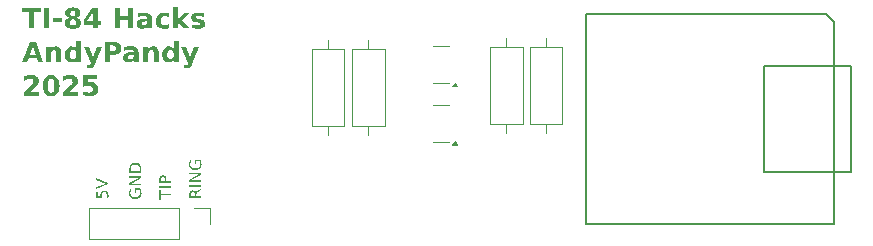
<source format=gbr>
%TF.GenerationSoftware,KiCad,Pcbnew,9.0.6*%
%TF.CreationDate,2025-12-06T11:07:59-05:00*%
%TF.ProjectId,cheating-calc,63686561-7469-46e6-972d-63616c632e6b,rev?*%
%TF.SameCoordinates,Original*%
%TF.FileFunction,Legend,Top*%
%TF.FilePolarity,Positive*%
%FSLAX46Y46*%
G04 Gerber Fmt 4.6, Leading zero omitted, Abs format (unit mm)*
G04 Created by KiCad (PCBNEW 9.0.6) date 2025-12-06 11:07:59*
%MOMM*%
%LPD*%
G01*
G04 APERTURE LIST*
%ADD10C,0.150000*%
%ADD11C,0.200000*%
%ADD12C,0.120000*%
%ADD13C,0.127000*%
G04 APERTURE END LIST*
D10*
G36*
X101684000Y-68812468D02*
G01*
X101423087Y-68942955D01*
X101356253Y-68980353D01*
X101313113Y-69012800D01*
X101287532Y-69041019D01*
X101269822Y-69074286D01*
X101258330Y-69116641D01*
X101254132Y-69170406D01*
X101254132Y-69320677D01*
X101684000Y-69320677D01*
X101684000Y-69458674D01*
X100664041Y-69458674D01*
X100664041Y-69147203D01*
X100777370Y-69147203D01*
X100777370Y-69320677D01*
X101140803Y-69320677D01*
X101140803Y-69147203D01*
X101134908Y-69082217D01*
X101118979Y-69033241D01*
X101094519Y-68996566D01*
X101060446Y-68969193D01*
X101016130Y-68951922D01*
X100958415Y-68945642D01*
X100900716Y-68951938D01*
X100856650Y-68969219D01*
X100822982Y-68996566D01*
X100798904Y-69033186D01*
X100783191Y-69082159D01*
X100777370Y-69147203D01*
X100664041Y-69147203D01*
X100669529Y-69058139D01*
X100684544Y-68987050D01*
X100707431Y-68930667D01*
X100737314Y-68886291D01*
X100776737Y-68849957D01*
X100825311Y-68823286D01*
X100884994Y-68806302D01*
X100958476Y-68800195D01*
X101021464Y-68805575D01*
X101074228Y-68820749D01*
X101118699Y-68844953D01*
X101156208Y-68878600D01*
X101185601Y-68921404D01*
X101207054Y-68975073D01*
X101229274Y-68933076D01*
X101271168Y-68888672D01*
X101325915Y-68848769D01*
X101406051Y-68804286D01*
X101684000Y-68664213D01*
X101684000Y-68812468D01*
G37*
G36*
X100664041Y-68486587D02*
G01*
X100664041Y-68348590D01*
X101684000Y-68348590D01*
X101684000Y-68486587D01*
X100664041Y-68486587D01*
G37*
G36*
X100664041Y-68074306D02*
G01*
X100664041Y-67888498D01*
X101517304Y-67436282D01*
X100664041Y-67436282D01*
X100664041Y-67302376D01*
X101684000Y-67302376D01*
X101684000Y-67488184D01*
X100830737Y-67940460D01*
X101684000Y-67940460D01*
X101684000Y-68074306D01*
X100664041Y-68074306D01*
G37*
G36*
X101538553Y-66332549D02*
G01*
X101265856Y-66332549D01*
X101265856Y-66557985D01*
X101152527Y-66557985D01*
X101152527Y-66195956D01*
X101588867Y-66195956D01*
X101623464Y-66250876D01*
X101651993Y-66309511D01*
X101674535Y-66372238D01*
X101696140Y-66470739D01*
X101703539Y-66577830D01*
X101697301Y-66674170D01*
X101679536Y-66758047D01*
X101651223Y-66831321D01*
X101612713Y-66895533D01*
X101563710Y-66951826D01*
X101505951Y-66998664D01*
X101439587Y-67035784D01*
X101363347Y-67063268D01*
X101275594Y-67080603D01*
X101174387Y-67086710D01*
X101072844Y-67080596D01*
X100984865Y-67063247D01*
X100908494Y-67035753D01*
X100842077Y-66998637D01*
X100784331Y-66951826D01*
X100735330Y-66895534D01*
X100696820Y-66831318D01*
X100668507Y-66758032D01*
X100650741Y-66674137D01*
X100644502Y-66577769D01*
X100650802Y-66479750D01*
X100669293Y-66388236D01*
X100700043Y-66301550D01*
X100742199Y-66222578D01*
X100890699Y-66222578D01*
X100849703Y-66275489D01*
X100816725Y-66329606D01*
X100791231Y-66385183D01*
X100772725Y-66443331D01*
X100761585Y-66503502D01*
X100757831Y-66566167D01*
X100762666Y-66642334D01*
X100776264Y-66706871D01*
X100797639Y-66761601D01*
X100826342Y-66808032D01*
X100862489Y-66847290D01*
X100916853Y-66885969D01*
X100984860Y-66915254D01*
X101069482Y-66934289D01*
X101174387Y-66941202D01*
X101278882Y-66934298D01*
X101363270Y-66915278D01*
X101431181Y-66885995D01*
X101485552Y-66847290D01*
X101521703Y-66808008D01*
X101550407Y-66761561D01*
X101571781Y-66706829D01*
X101585377Y-66642303D01*
X101590210Y-66566167D01*
X101586882Y-66495144D01*
X101577632Y-66435741D01*
X101561321Y-66380581D01*
X101538553Y-66332549D01*
G37*
G36*
X96458553Y-68763254D02*
G01*
X96185856Y-68763254D01*
X96185856Y-68988690D01*
X96072527Y-68988690D01*
X96072527Y-68626661D01*
X96508867Y-68626661D01*
X96543464Y-68681581D01*
X96571993Y-68740216D01*
X96594535Y-68802943D01*
X96616140Y-68901444D01*
X96623539Y-69008534D01*
X96617301Y-69104875D01*
X96599536Y-69188752D01*
X96571223Y-69262026D01*
X96532713Y-69326238D01*
X96483710Y-69382531D01*
X96425951Y-69429369D01*
X96359587Y-69466489D01*
X96283347Y-69493973D01*
X96195594Y-69511308D01*
X96094387Y-69517414D01*
X95992844Y-69511301D01*
X95904865Y-69493952D01*
X95828494Y-69466458D01*
X95762077Y-69429342D01*
X95704331Y-69382531D01*
X95655330Y-69326239D01*
X95616820Y-69262023D01*
X95588507Y-69188737D01*
X95570741Y-69104842D01*
X95564502Y-69008473D01*
X95570802Y-68910455D01*
X95589293Y-68818941D01*
X95620043Y-68732255D01*
X95662199Y-68653283D01*
X95810699Y-68653283D01*
X95769703Y-68706194D01*
X95736725Y-68760311D01*
X95711231Y-68815888D01*
X95692725Y-68874036D01*
X95681585Y-68934207D01*
X95677831Y-68996872D01*
X95682666Y-69073038D01*
X95696264Y-69137576D01*
X95717639Y-69192306D01*
X95746342Y-69238737D01*
X95782489Y-69277995D01*
X95836853Y-69316673D01*
X95904860Y-69345958D01*
X95989482Y-69364994D01*
X96094387Y-69371907D01*
X96198882Y-69365003D01*
X96283270Y-69345983D01*
X96351181Y-69316700D01*
X96405552Y-69277995D01*
X96441703Y-69238713D01*
X96470407Y-69192266D01*
X96491781Y-69137534D01*
X96505377Y-69073008D01*
X96510210Y-68996872D01*
X96506882Y-68925849D01*
X96497632Y-68866446D01*
X96481321Y-68811285D01*
X96458553Y-68763254D01*
G37*
G36*
X95584041Y-68374236D02*
G01*
X95584041Y-68188428D01*
X96437304Y-67736212D01*
X95584041Y-67736212D01*
X95584041Y-67602306D01*
X96604000Y-67602306D01*
X96604000Y-67788114D01*
X95750737Y-68240391D01*
X96604000Y-68240391D01*
X96604000Y-68374236D01*
X95584041Y-68374236D01*
G37*
G36*
X96201155Y-66477209D02*
G01*
X96291340Y-66495629D01*
X96366423Y-66524302D01*
X96428817Y-66562411D01*
X96480352Y-66609948D01*
X96521428Y-66666100D01*
X96555192Y-66735063D01*
X96581081Y-66819164D01*
X96597923Y-66921208D01*
X96604000Y-67044394D01*
X96604000Y-67327899D01*
X95584041Y-67327899D01*
X95584041Y-67044394D01*
X95585078Y-67023267D01*
X95697370Y-67023267D01*
X95697370Y-67189902D01*
X96490671Y-67189902D01*
X96490671Y-67023267D01*
X96486008Y-66935552D01*
X96473075Y-66862975D01*
X96453147Y-66803179D01*
X96427038Y-66754128D01*
X96395050Y-66714178D01*
X96355773Y-66681192D01*
X96307690Y-66654407D01*
X96249236Y-66634043D01*
X96178436Y-66620861D01*
X96092982Y-66616115D01*
X96008170Y-66620852D01*
X95937841Y-66634016D01*
X95879715Y-66654367D01*
X95831844Y-66681156D01*
X95792686Y-66714178D01*
X95760812Y-66754110D01*
X95734787Y-66803150D01*
X95714918Y-66862944D01*
X95702021Y-66935531D01*
X95697370Y-67023267D01*
X95585078Y-67023267D01*
X95590124Y-66920513D01*
X95606963Y-66818123D01*
X95632815Y-66733951D01*
X95666482Y-66665129D01*
X95707384Y-66609276D01*
X95758759Y-66561957D01*
X95820916Y-66524028D01*
X95895667Y-66495498D01*
X95985403Y-66477173D01*
X96092982Y-66470607D01*
X96201155Y-66477209D01*
G37*
G36*
X98124041Y-69600091D02*
G01*
X98124041Y-68737303D01*
X98241278Y-68737303D01*
X98241278Y-69099393D01*
X99144000Y-69099393D01*
X99144000Y-69238062D01*
X98241278Y-69238062D01*
X98241278Y-69600091D01*
X98124041Y-69600091D01*
G37*
G36*
X98124041Y-68603824D02*
G01*
X98124041Y-68465827D01*
X99144000Y-68465827D01*
X99144000Y-68603824D01*
X98124041Y-68603824D01*
G37*
G36*
X98503412Y-67539253D02*
G01*
X98564782Y-67556525D01*
X98615195Y-67583734D01*
X98656552Y-67620869D01*
X98688334Y-67666359D01*
X98712388Y-67723028D01*
X98728007Y-67793281D01*
X98733672Y-67880071D01*
X98733672Y-68053545D01*
X99144000Y-68053545D01*
X99144000Y-68191542D01*
X98124041Y-68191542D01*
X98124041Y-67880071D01*
X98237370Y-67880071D01*
X98237370Y-68053545D01*
X98620343Y-68053545D01*
X98620343Y-67880071D01*
X98614178Y-67817705D01*
X98597209Y-67769089D01*
X98570517Y-67731144D01*
X98534110Y-67702747D01*
X98487756Y-67684938D01*
X98428490Y-67678510D01*
X98369720Y-67684920D01*
X98323587Y-67702713D01*
X98287196Y-67731144D01*
X98260504Y-67769089D01*
X98243535Y-67817705D01*
X98237370Y-67880071D01*
X98124041Y-67880071D01*
X98129729Y-67793308D01*
X98145415Y-67723063D01*
X98169581Y-67666383D01*
X98201527Y-67620869D01*
X98243035Y-67583662D01*
X98293363Y-67556456D01*
X98354345Y-67539226D01*
X98428490Y-67533063D01*
X98503412Y-67539253D01*
G37*
G36*
X92790041Y-69445057D02*
G01*
X92790041Y-68903327D01*
X92907278Y-68903327D01*
X92907278Y-69318662D01*
X93154635Y-69318662D01*
X93139125Y-69258578D01*
X93133935Y-69198433D01*
X93140422Y-69113519D01*
X93158750Y-69041541D01*
X93187885Y-68980256D01*
X93227725Y-68927934D01*
X93277672Y-68885032D01*
X93335523Y-68854138D01*
X93402830Y-68834921D01*
X93481737Y-68828161D01*
X93563089Y-68835185D01*
X93631416Y-68855029D01*
X93689176Y-68886744D01*
X93738131Y-68930621D01*
X93776356Y-68983963D01*
X93804820Y-69048334D01*
X93823019Y-69125944D01*
X93829539Y-69219560D01*
X93826884Y-69284001D01*
X93818792Y-69350413D01*
X93805553Y-69417298D01*
X93786552Y-69488044D01*
X93649776Y-69488044D01*
X93677401Y-69425340D01*
X93696854Y-69360977D01*
X93708363Y-69294210D01*
X93712302Y-69222308D01*
X93707984Y-69163383D01*
X93695805Y-69113520D01*
X93676513Y-69071181D01*
X93650265Y-69035157D01*
X93617011Y-69005372D01*
X93578590Y-68984032D01*
X93533981Y-68970803D01*
X93481737Y-68966158D01*
X93429493Y-68970804D01*
X93384895Y-68984034D01*
X93346495Y-69005374D01*
X93313271Y-69035157D01*
X93286997Y-69071185D01*
X93267686Y-69113533D01*
X93255495Y-69163414D01*
X93251172Y-69222369D01*
X93254256Y-69277487D01*
X93263567Y-69332706D01*
X93279066Y-69387478D01*
X93301974Y-69445057D01*
X92790041Y-69445057D01*
G37*
G36*
X93810000Y-68305665D02*
G01*
X92790041Y-68695049D01*
X92790041Y-68550884D01*
X93648799Y-68227812D01*
X92790041Y-67904007D01*
X92790041Y-67760515D01*
X93810000Y-68149227D01*
X93810000Y-68305665D01*
G37*
D11*
G36*
X86498625Y-53352072D02*
G01*
X88096572Y-53352072D01*
X88096572Y-53690885D01*
X87521710Y-53690885D01*
X87521710Y-55086001D01*
X87074629Y-55086001D01*
X87074629Y-53690885D01*
X86498625Y-53690885D01*
X86498625Y-53352072D01*
G37*
G36*
X88327949Y-53352072D02*
G01*
X88775030Y-53352072D01*
X88775030Y-55086001D01*
X88327949Y-55086001D01*
X88327949Y-53352072D01*
G37*
G36*
X89123809Y-54235645D02*
G01*
X89853130Y-54235645D01*
X89853130Y-54574458D01*
X89123809Y-54574458D01*
X89123809Y-54235645D01*
G37*
G36*
X90970561Y-53327451D02*
G01*
X91100608Y-53351024D01*
X91204854Y-53386892D01*
X91287794Y-53433350D01*
X91359145Y-53496888D01*
X91409534Y-53572189D01*
X91440631Y-53661557D01*
X91451596Y-53768738D01*
X91442092Y-53864330D01*
X91414966Y-53945522D01*
X91370837Y-54015270D01*
X91311341Y-54073250D01*
X91233111Y-54122238D01*
X91132297Y-54161737D01*
X91244940Y-54203226D01*
X91332292Y-54256299D01*
X91398760Y-54320348D01*
X91447813Y-54397936D01*
X91478101Y-54489154D01*
X91488757Y-54597503D01*
X91476988Y-54724078D01*
X91443895Y-54828530D01*
X91391026Y-54915302D01*
X91317482Y-54987387D01*
X91229984Y-55041032D01*
X91119601Y-55082273D01*
X90981361Y-55109341D01*
X90809365Y-55119218D01*
X90636844Y-55109348D01*
X90498026Y-55082288D01*
X90387050Y-55041045D01*
X90298965Y-54987387D01*
X90224872Y-54915228D01*
X90171661Y-54828424D01*
X90138379Y-54723997D01*
X90126548Y-54597503D01*
X90128753Y-54575081D01*
X90549338Y-54575081D01*
X90557695Y-54658088D01*
X90580641Y-54722259D01*
X90616706Y-54771892D01*
X90665721Y-54808588D01*
X90728606Y-54831783D01*
X90809469Y-54840194D01*
X90889532Y-54831780D01*
X90951611Y-54808591D01*
X90999844Y-54771892D01*
X91035251Y-54722350D01*
X91057835Y-54658183D01*
X91066071Y-54575081D01*
X91057805Y-54491131D01*
X91035194Y-54426631D01*
X90999844Y-54377128D01*
X90951602Y-54340369D01*
X90889523Y-54317148D01*
X90809469Y-54308722D01*
X90728658Y-54317198D01*
X90665770Y-54340590D01*
X90616706Y-54377647D01*
X90580626Y-54427599D01*
X90557685Y-54491995D01*
X90549338Y-54575081D01*
X90128753Y-54575081D01*
X90137204Y-54489154D01*
X90167492Y-54397936D01*
X90216545Y-54320348D01*
X90283016Y-54256305D01*
X90370399Y-54203230D01*
X90483112Y-54161737D01*
X90382317Y-54122216D01*
X90304277Y-54073226D01*
X90245091Y-54015270D01*
X90201322Y-53945565D01*
X90174394Y-53864371D01*
X90169340Y-53813166D01*
X90587642Y-53813166D01*
X90594706Y-53880315D01*
X90614214Y-53932645D01*
X90645148Y-53973541D01*
X90686813Y-54003633D01*
X90740420Y-54022749D01*
X90809469Y-54029699D01*
X90876954Y-54022786D01*
X90929644Y-54003708D01*
X90970883Y-53973541D01*
X91001456Y-53932694D01*
X91020768Y-53880366D01*
X91027767Y-53813166D01*
X91020756Y-53746047D01*
X91001436Y-53693983D01*
X90970883Y-53653516D01*
X90929685Y-53623650D01*
X90876996Y-53604736D01*
X90809469Y-53597878D01*
X90740420Y-53604827D01*
X90686813Y-53623943D01*
X90645148Y-53654035D01*
X90614158Y-53694906D01*
X90594676Y-53746861D01*
X90587642Y-53813166D01*
X90169340Y-53813166D01*
X90164955Y-53768738D01*
X90175881Y-53662223D01*
X90206910Y-53573131D01*
X90257266Y-53497798D01*
X90328653Y-53433972D01*
X90411654Y-53387309D01*
X90516263Y-53351245D01*
X90647080Y-53327516D01*
X90809469Y-53318855D01*
X90970561Y-53327451D01*
G37*
G36*
X92935670Y-54448234D02*
G01*
X93183033Y-54448234D01*
X93183033Y-54773760D01*
X92935670Y-54773760D01*
X92935670Y-55086001D01*
X92512880Y-55086001D01*
X92512880Y-54773760D01*
X91744113Y-54773760D01*
X91744113Y-54448234D01*
X92022825Y-54448234D01*
X92512880Y-54448234D01*
X92512880Y-53720988D01*
X92022825Y-54448234D01*
X91744113Y-54448234D01*
X91744113Y-54389481D01*
X92438557Y-53352072D01*
X92935670Y-53352072D01*
X92935670Y-54448234D01*
G37*
G36*
X94338571Y-53352072D02*
G01*
X94785651Y-53352072D01*
X94785651Y-54009769D01*
X95445320Y-54009769D01*
X95445320Y-53352072D01*
X95892401Y-53352072D01*
X95892401Y-55086001D01*
X95445320Y-55086001D01*
X95445320Y-54348582D01*
X94785651Y-54348582D01*
X94785651Y-55086001D01*
X94338571Y-55086001D01*
X94338571Y-53352072D01*
G37*
G36*
X97045931Y-53761498D02*
G01*
X97185700Y-53790684D01*
X97292645Y-53834422D01*
X97373361Y-53890603D01*
X97437583Y-53965169D01*
X97486143Y-54062007D01*
X97517922Y-54186486D01*
X97529585Y-54345572D01*
X97529585Y-55086001D01*
X97110324Y-55086001D01*
X97110324Y-54893342D01*
X97050046Y-54967334D01*
X96987461Y-55023922D01*
X96922232Y-55065344D01*
X96850608Y-55094334D01*
X96766617Y-55112703D01*
X96667915Y-55119218D01*
X96568001Y-55111280D01*
X96481462Y-55088619D01*
X96405979Y-55052158D01*
X96339793Y-55001712D01*
X96284985Y-54938980D01*
X96246061Y-54868383D01*
X96222182Y-54788348D01*
X96213879Y-54696635D01*
X96216118Y-54673694D01*
X96633037Y-54673694D01*
X96639254Y-54723268D01*
X96656864Y-54763275D01*
X96685872Y-54795974D01*
X96723499Y-54819560D01*
X96771510Y-54834688D01*
X96832754Y-54840194D01*
X96907426Y-54830784D01*
X96972421Y-54803322D01*
X97030188Y-54756944D01*
X97074414Y-54697318D01*
X97101075Y-54628725D01*
X97110324Y-54548507D01*
X97110324Y-54501381D01*
X96894309Y-54501381D01*
X96808158Y-54507172D01*
X96744648Y-54522492D01*
X96698640Y-54545082D01*
X96662321Y-54578582D01*
X96640666Y-54620528D01*
X96633037Y-54673694D01*
X96216118Y-54673694D01*
X96224768Y-54585065D01*
X96255191Y-54494848D01*
X96303653Y-54421477D01*
X96371245Y-54362077D01*
X96450334Y-54319880D01*
X96554823Y-54286428D01*
X96690812Y-54263927D01*
X96865348Y-54255575D01*
X97110324Y-54255575D01*
X97110324Y-54222046D01*
X97101186Y-54160029D01*
X97075482Y-54112595D01*
X97032471Y-54076099D01*
X96978231Y-54052515D01*
X96899857Y-54036046D01*
X96789780Y-54029699D01*
X96658994Y-54036549D01*
X96541275Y-54056273D01*
X96429760Y-54089734D01*
X96327648Y-54135994D01*
X96327648Y-53817110D01*
X96461715Y-53788395D01*
X96595875Y-53767596D01*
X96730737Y-53754898D01*
X96865348Y-53750676D01*
X97045931Y-53761498D01*
G37*
G36*
X98968401Y-53823753D02*
G01*
X98968401Y-54162567D01*
X98882046Y-54111748D01*
X98798268Y-54077345D01*
X98711573Y-54056596D01*
X98621180Y-54049629D01*
X98534808Y-54056667D01*
X98462406Y-54076493D01*
X98401417Y-54108004D01*
X98349942Y-54151253D01*
X98297808Y-54224508D01*
X98264885Y-54317219D01*
X98252990Y-54434947D01*
X98264883Y-54552676D01*
X98297804Y-54645426D01*
X98349942Y-54718745D01*
X98401410Y-54761944D01*
X98462396Y-54793424D01*
X98534801Y-54813233D01*
X98621180Y-54820264D01*
X98716909Y-54813054D01*
X98806364Y-54791822D01*
X98890648Y-54756468D01*
X98968401Y-54707326D01*
X98968401Y-55046140D01*
X98869863Y-55078177D01*
X98770345Y-55100948D01*
X98669690Y-55114661D01*
X98568967Y-55119218D01*
X98425752Y-55110977D01*
X98301567Y-55087603D01*
X98193740Y-55050619D01*
X98099988Y-55000829D01*
X98018498Y-54938289D01*
X97948518Y-54862201D01*
X97893819Y-54775608D01*
X97853771Y-54677006D01*
X97828711Y-54564308D01*
X97819923Y-54434947D01*
X97828712Y-54305582D01*
X97853774Y-54192896D01*
X97893823Y-54094317D01*
X97948521Y-54007756D01*
X98018498Y-53931709D01*
X98099994Y-53869129D01*
X98193749Y-53819310D01*
X98301576Y-53782306D01*
X98425758Y-53758921D01*
X98568967Y-53750676D01*
X98670529Y-53755257D01*
X98770345Y-53768945D01*
X98869036Y-53791646D01*
X98968401Y-53823753D01*
G37*
G36*
X99327457Y-53278994D02*
G01*
X99743188Y-53278994D01*
X99743188Y-54261699D01*
X100221721Y-53783893D01*
X100704821Y-53783893D01*
X100069546Y-54381488D01*
X100754751Y-55086001D01*
X100250682Y-55086001D01*
X99743188Y-54543110D01*
X99743188Y-55086001D01*
X99327457Y-55086001D01*
X99327457Y-53278994D01*
G37*
G36*
X101926378Y-53823753D02*
G01*
X101926378Y-54142637D01*
X101792983Y-54092527D01*
X101668530Y-54057934D01*
X101545627Y-54036500D01*
X101434039Y-54029699D01*
X101323856Y-54038393D01*
X101258092Y-54059491D01*
X101225625Y-54083398D01*
X101207016Y-54113222D01*
X101200586Y-54150941D01*
X101211404Y-54195142D01*
X101244079Y-54227859D01*
X101296968Y-54249056D01*
X101400303Y-54267512D01*
X101473484Y-54277893D01*
X101641763Y-54305975D01*
X101762930Y-54338850D01*
X101847140Y-54374445D01*
X101903126Y-54411383D01*
X101949264Y-54461353D01*
X101983471Y-54524418D01*
X102005484Y-54603523D01*
X102013468Y-54702655D01*
X102003144Y-54803501D01*
X101973959Y-54886922D01*
X101926805Y-54956600D01*
X101860151Y-55014791D01*
X101782829Y-55056812D01*
X101684072Y-55089561D01*
X101559175Y-55111258D01*
X101402690Y-55119218D01*
X101272846Y-55114329D01*
X101136124Y-55099287D01*
X100998020Y-55074672D01*
X100853364Y-55039497D01*
X100853364Y-54720613D01*
X100979640Y-54773085D01*
X101108201Y-54810299D01*
X101239822Y-54832712D01*
X101373625Y-54840194D01*
X101487189Y-54830558D01*
X101557150Y-54806770D01*
X101591974Y-54780219D01*
X101611871Y-54747839D01*
X101618705Y-54707638D01*
X101607812Y-54658754D01*
X101576249Y-54625114D01*
X101522736Y-54603639D01*
X101407362Y-54583074D01*
X101334180Y-54573835D01*
X101189972Y-54549240D01*
X101081523Y-54518354D01*
X101001900Y-54483064D01*
X100945126Y-54444600D01*
X100898119Y-54393800D01*
X100863582Y-54331014D01*
X100841566Y-54253664D01*
X100833641Y-54158207D01*
X100843414Y-54056722D01*
X100870787Y-53974041D01*
X100914454Y-53906262D01*
X100975333Y-53850846D01*
X101046950Y-53810745D01*
X101139813Y-53779329D01*
X101258814Y-53758395D01*
X101409645Y-53750676D01*
X101525820Y-53754994D01*
X101651091Y-53768426D01*
X101779931Y-53790420D01*
X101926378Y-53823753D01*
G37*
G36*
X88316012Y-57942001D02*
G01*
X87866648Y-57942001D01*
X87757447Y-57623117D01*
X87058332Y-57623117D01*
X86947990Y-57942001D01*
X86498625Y-57942001D01*
X86734848Y-57304234D01*
X87169817Y-57304234D01*
X87644821Y-57304234D01*
X87407942Y-56614461D01*
X87169817Y-57304234D01*
X86734848Y-57304234D01*
X87140856Y-56208072D01*
X87673885Y-56208072D01*
X88316012Y-57942001D01*
G37*
G36*
X89836210Y-57146349D02*
G01*
X89836210Y-57942001D01*
X89418195Y-57942001D01*
X89418195Y-57812558D01*
X89418195Y-57333091D01*
X89410617Y-57099741D01*
X89399315Y-57040356D01*
X89384562Y-57005280D01*
X89355808Y-56968922D01*
X89318336Y-56941649D01*
X89274280Y-56924764D01*
X89223045Y-56918916D01*
X89141417Y-56930465D01*
X89074508Y-56963680D01*
X89018656Y-57019813D01*
X88979295Y-57090866D01*
X88953708Y-57182223D01*
X88944333Y-57299251D01*
X88944333Y-57942001D01*
X88528601Y-57942001D01*
X88528601Y-56639893D01*
X88944333Y-56639893D01*
X88944333Y-56825908D01*
X89010789Y-56755141D01*
X89077241Y-56700499D01*
X89144050Y-56660031D01*
X89216162Y-56630640D01*
X89293610Y-56612777D01*
X89377504Y-56606676D01*
X89488823Y-56616297D01*
X89580571Y-56643259D01*
X89656541Y-56686014D01*
X89719431Y-56744838D01*
X89767610Y-56816167D01*
X89804049Y-56904371D01*
X89827665Y-57012992D01*
X89836210Y-57146349D01*
G37*
G36*
X91525711Y-57942001D02*
G01*
X91107592Y-57942001D01*
X91107592Y-57755985D01*
X91046127Y-57827259D01*
X90983127Y-57882080D01*
X90918255Y-57922485D01*
X90847621Y-57951209D01*
X90768422Y-57969021D01*
X90679092Y-57975218D01*
X90563364Y-57963057D01*
X90460767Y-57927653D01*
X90368337Y-57868776D01*
X90284225Y-57783804D01*
X90218489Y-57684673D01*
X90170421Y-57571292D01*
X90140333Y-57441111D01*
X90129766Y-57290947D01*
X90560653Y-57290947D01*
X90569778Y-57414835D01*
X90594220Y-57508154D01*
X90630927Y-57577651D01*
X90684241Y-57632122D01*
X90750394Y-57664763D01*
X90833551Y-57676264D01*
X90917470Y-57664729D01*
X90983972Y-57632055D01*
X91037317Y-57577651D01*
X91074024Y-57508154D01*
X91098467Y-57414835D01*
X91107592Y-57290947D01*
X91098465Y-57167058D01*
X91074020Y-57073778D01*
X91037317Y-57004346D01*
X90983964Y-56949880D01*
X90917461Y-56917174D01*
X90833551Y-56905629D01*
X90750403Y-56917140D01*
X90684249Y-56949812D01*
X90630927Y-57004346D01*
X90594225Y-57073778D01*
X90569780Y-57167058D01*
X90560653Y-57290947D01*
X90129766Y-57290947D01*
X90140333Y-57140783D01*
X90170421Y-57010601D01*
X90218489Y-56897221D01*
X90284225Y-56798089D01*
X90368337Y-56713118D01*
X90460767Y-56654241D01*
X90563364Y-56618836D01*
X90679092Y-56606676D01*
X90767625Y-56612913D01*
X90846680Y-56630904D01*
X90917736Y-56660031D01*
X90983027Y-56700701D01*
X91046203Y-56755364D01*
X91107592Y-56825908D01*
X91107592Y-56134994D01*
X91525711Y-56134994D01*
X91525711Y-57942001D01*
G37*
G36*
X91754390Y-56639893D02*
G01*
X92170121Y-56639893D01*
X92519627Y-57523466D01*
X92816919Y-56639893D01*
X93232651Y-56639893D01*
X92685712Y-58063865D01*
X92622037Y-58204518D01*
X92557792Y-58302403D01*
X92493468Y-58367075D01*
X92415984Y-58413590D01*
X92320906Y-58442996D01*
X92203754Y-58453543D01*
X91963345Y-58453543D01*
X91963345Y-58181163D01*
X92093411Y-58181163D01*
X92190671Y-58171410D01*
X92247247Y-58147635D01*
X92287943Y-58104309D01*
X92322193Y-58027534D01*
X92333819Y-57991515D01*
X91754390Y-56639893D01*
G37*
G36*
X94404382Y-56218743D02*
G01*
X94541574Y-56248309D01*
X94653712Y-56294049D01*
X94745064Y-56354642D01*
X94821202Y-56433881D01*
X94875924Y-56527702D01*
X94910068Y-56639038D01*
X94922152Y-56772138D01*
X94910048Y-56905913D01*
X94875872Y-57017668D01*
X94821145Y-57111702D01*
X94745064Y-57190984D01*
X94653719Y-57251531D01*
X94541584Y-57297238D01*
X94404390Y-57326786D01*
X94236947Y-57337451D01*
X93941938Y-57337451D01*
X93941938Y-57942001D01*
X93494858Y-57942001D01*
X93494858Y-57011924D01*
X93941938Y-57011924D01*
X94189301Y-57011924D01*
X94273875Y-57004110D01*
X94339424Y-56982724D01*
X94390161Y-56949434D01*
X94428684Y-56903408D01*
X94452523Y-56845511D01*
X94461058Y-56772138D01*
X94452511Y-56698853D01*
X94428667Y-56641216D01*
X94390161Y-56595569D01*
X94339465Y-56562575D01*
X94273917Y-56541356D01*
X94189301Y-56533599D01*
X93941938Y-56533599D01*
X93941938Y-57011924D01*
X93494858Y-57011924D01*
X93494858Y-56208072D01*
X94236947Y-56208072D01*
X94404382Y-56218743D01*
G37*
G36*
X95889978Y-56617498D02*
G01*
X96029747Y-56646684D01*
X96136693Y-56690422D01*
X96217409Y-56746603D01*
X96281630Y-56821169D01*
X96330191Y-56918007D01*
X96361969Y-57042486D01*
X96373632Y-57201572D01*
X96373632Y-57942001D01*
X95954371Y-57942001D01*
X95954371Y-57749342D01*
X95894093Y-57823334D01*
X95831508Y-57879922D01*
X95766280Y-57921344D01*
X95694655Y-57950334D01*
X95610665Y-57968703D01*
X95511962Y-57975218D01*
X95412049Y-57967280D01*
X95325510Y-57944619D01*
X95250027Y-57908158D01*
X95183840Y-57857712D01*
X95129033Y-57794980D01*
X95090109Y-57724383D01*
X95066230Y-57644348D01*
X95057927Y-57552635D01*
X95060166Y-57529694D01*
X95477084Y-57529694D01*
X95483302Y-57579268D01*
X95500912Y-57619275D01*
X95529920Y-57651974D01*
X95567546Y-57675560D01*
X95615558Y-57690688D01*
X95676801Y-57696194D01*
X95751474Y-57686784D01*
X95816468Y-57659322D01*
X95874235Y-57612944D01*
X95918461Y-57553318D01*
X95945123Y-57484725D01*
X95954371Y-57404507D01*
X95954371Y-57357381D01*
X95738357Y-57357381D01*
X95652205Y-57363172D01*
X95588695Y-57378492D01*
X95542688Y-57401082D01*
X95506369Y-57434582D01*
X95484713Y-57476528D01*
X95477084Y-57529694D01*
X95060166Y-57529694D01*
X95068816Y-57441065D01*
X95099239Y-57350848D01*
X95147700Y-57277477D01*
X95215292Y-57218077D01*
X95294381Y-57175880D01*
X95398870Y-57142428D01*
X95534859Y-57119927D01*
X95709396Y-57111575D01*
X95954371Y-57111575D01*
X95954371Y-57078046D01*
X95945234Y-57016029D01*
X95919529Y-56968595D01*
X95876519Y-56932099D01*
X95822279Y-56908515D01*
X95743905Y-56892046D01*
X95633827Y-56885699D01*
X95503042Y-56892549D01*
X95385322Y-56912273D01*
X95273807Y-56945734D01*
X95171695Y-56991994D01*
X95171695Y-56673110D01*
X95305762Y-56644395D01*
X95439923Y-56623596D01*
X95574784Y-56610898D01*
X95709396Y-56606676D01*
X95889978Y-56617498D01*
G37*
G36*
X98069050Y-57146349D02*
G01*
X98069050Y-57942001D01*
X97651035Y-57942001D01*
X97651035Y-57812558D01*
X97651035Y-57333091D01*
X97643457Y-57099741D01*
X97632155Y-57040356D01*
X97617403Y-57005280D01*
X97588648Y-56968922D01*
X97551176Y-56941649D01*
X97507121Y-56924764D01*
X97455885Y-56918916D01*
X97374258Y-56930465D01*
X97307348Y-56963680D01*
X97251496Y-57019813D01*
X97212135Y-57090866D01*
X97186548Y-57182223D01*
X97177173Y-57299251D01*
X97177173Y-57942001D01*
X96761441Y-57942001D01*
X96761441Y-56639893D01*
X97177173Y-56639893D01*
X97177173Y-56825908D01*
X97243629Y-56755141D01*
X97310081Y-56700499D01*
X97376890Y-56660031D01*
X97449002Y-56630640D01*
X97526450Y-56612777D01*
X97610344Y-56606676D01*
X97721663Y-56616297D01*
X97813411Y-56643259D01*
X97889381Y-56686014D01*
X97952272Y-56744838D01*
X98000450Y-56816167D01*
X98036890Y-56904371D01*
X98060505Y-57012992D01*
X98069050Y-57146349D01*
G37*
G36*
X99758551Y-57942001D02*
G01*
X99340432Y-57942001D01*
X99340432Y-57755985D01*
X99278967Y-57827259D01*
X99215967Y-57882080D01*
X99151095Y-57922485D01*
X99080461Y-57951209D01*
X99001262Y-57969021D01*
X98911932Y-57975218D01*
X98796204Y-57963057D01*
X98693607Y-57927653D01*
X98601177Y-57868776D01*
X98517065Y-57783804D01*
X98451329Y-57684673D01*
X98403261Y-57571292D01*
X98373173Y-57441111D01*
X98362606Y-57290947D01*
X98793493Y-57290947D01*
X98802618Y-57414835D01*
X98827061Y-57508154D01*
X98863768Y-57577651D01*
X98917081Y-57632122D01*
X98983235Y-57664763D01*
X99066392Y-57676264D01*
X99150310Y-57664729D01*
X99216812Y-57632055D01*
X99270157Y-57577651D01*
X99306864Y-57508154D01*
X99331307Y-57414835D01*
X99340432Y-57290947D01*
X99331305Y-57167058D01*
X99306860Y-57073778D01*
X99270157Y-57004346D01*
X99216804Y-56949880D01*
X99150301Y-56917174D01*
X99066392Y-56905629D01*
X98983243Y-56917140D01*
X98917089Y-56949812D01*
X98863768Y-57004346D01*
X98827065Y-57073778D01*
X98802620Y-57167058D01*
X98793493Y-57290947D01*
X98362606Y-57290947D01*
X98373173Y-57140783D01*
X98403261Y-57010601D01*
X98451329Y-56897221D01*
X98517065Y-56798089D01*
X98601177Y-56713118D01*
X98693607Y-56654241D01*
X98796204Y-56618836D01*
X98911932Y-56606676D01*
X99000465Y-56612913D01*
X99079520Y-56630904D01*
X99150576Y-56660031D01*
X99215867Y-56700701D01*
X99279044Y-56755364D01*
X99340432Y-56825908D01*
X99340432Y-56134994D01*
X99758551Y-56134994D01*
X99758551Y-57942001D01*
G37*
G36*
X99987230Y-56639893D02*
G01*
X100402962Y-56639893D01*
X100752467Y-57523466D01*
X101049759Y-56639893D01*
X101465491Y-56639893D01*
X100918552Y-58063865D01*
X100854877Y-58204518D01*
X100790632Y-58302403D01*
X100726309Y-58367075D01*
X100648824Y-58413590D01*
X100553746Y-58442996D01*
X100436594Y-58453543D01*
X100196186Y-58453543D01*
X100196186Y-58181163D01*
X100326251Y-58181163D01*
X100423511Y-58171410D01*
X100480087Y-58147635D01*
X100520784Y-58104309D01*
X100555033Y-58027534D01*
X100566659Y-57991515D01*
X99987230Y-56639893D01*
G37*
G36*
X87172204Y-60472474D02*
G01*
X87935158Y-60472474D01*
X87935158Y-60798001D01*
X86675091Y-60798001D01*
X86675091Y-60472474D01*
X87308083Y-59908096D01*
X87384298Y-59829395D01*
X87433373Y-59758515D01*
X87464041Y-59683451D01*
X87474064Y-59606651D01*
X87464534Y-59529113D01*
X87437290Y-59464818D01*
X87392163Y-59410671D01*
X87333648Y-59370452D01*
X87262258Y-59345384D01*
X87174488Y-59336451D01*
X87068409Y-59346691D01*
X86945706Y-59379945D01*
X86821119Y-59432000D01*
X86679762Y-59509180D01*
X86679762Y-59130506D01*
X86830894Y-59087373D01*
X86978196Y-59056390D01*
X87125213Y-59037154D01*
X87267392Y-59030855D01*
X87424610Y-59040762D01*
X87554746Y-59068330D01*
X87662304Y-59111160D01*
X87751011Y-59168082D01*
X87825952Y-59242783D01*
X87879162Y-59329651D01*
X87912000Y-59431102D01*
X87923532Y-59550805D01*
X87915376Y-59643406D01*
X87891128Y-59731148D01*
X87850351Y-59815399D01*
X87794544Y-59893294D01*
X87696899Y-60000166D01*
X87542574Y-60143936D01*
X87172204Y-60472474D01*
G37*
G36*
X89106751Y-59041073D02*
G01*
X89224776Y-59070245D01*
X89327940Y-59117077D01*
X89418553Y-59181575D01*
X89498123Y-59265035D01*
X89560971Y-59359289D01*
X89611978Y-59470225D01*
X89650497Y-59600455D01*
X89675158Y-59753091D01*
X89683931Y-59931659D01*
X89675168Y-60109645D01*
X89650527Y-60261897D01*
X89612022Y-60391907D01*
X89561009Y-60502759D01*
X89498123Y-60597037D01*
X89418553Y-60680497D01*
X89327940Y-60744995D01*
X89224776Y-60791827D01*
X89106751Y-60820999D01*
X88970907Y-60831218D01*
X88834500Y-60820984D01*
X88716095Y-60791782D01*
X88612705Y-60744929D01*
X88521997Y-60680439D01*
X88442444Y-60597037D01*
X88379558Y-60502759D01*
X88328545Y-60391907D01*
X88290041Y-60261897D01*
X88265399Y-60109645D01*
X88256637Y-59931659D01*
X88256841Y-59927507D01*
X88703821Y-59927507D01*
X88712721Y-60149397D01*
X88735067Y-60297370D01*
X88765376Y-60390884D01*
X88802448Y-60451226D01*
X88847950Y-60492207D01*
X88903094Y-60516931D01*
X88970907Y-60525621D01*
X89038111Y-60516959D01*
X89092893Y-60492283D01*
X89138230Y-60451309D01*
X89175295Y-60390884D01*
X89205604Y-60297370D01*
X89227950Y-60149397D01*
X89236850Y-59927507D01*
X89228021Y-59707994D01*
X89205860Y-59561742D01*
X89175814Y-59469423D01*
X89139132Y-59410005D01*
X89093892Y-59369546D01*
X89038838Y-59345071D01*
X88970907Y-59336451D01*
X88902967Y-59345062D01*
X88847792Y-59369529D01*
X88802345Y-59409995D01*
X88765376Y-59469423D01*
X88735069Y-59561767D01*
X88712723Y-59708018D01*
X88703821Y-59927507D01*
X88256841Y-59927507D01*
X88265409Y-59753091D01*
X88290071Y-59600455D01*
X88328589Y-59470225D01*
X88379596Y-59359289D01*
X88442444Y-59265035D01*
X88521997Y-59181633D01*
X88612705Y-59117143D01*
X88716095Y-59070290D01*
X88834500Y-59041088D01*
X88970907Y-59030855D01*
X89106751Y-59041073D01*
G37*
G36*
X90483942Y-60472474D02*
G01*
X91246896Y-60472474D01*
X91246896Y-60798001D01*
X89986829Y-60798001D01*
X89986829Y-60472474D01*
X90619821Y-59908096D01*
X90696036Y-59829395D01*
X90745111Y-59758515D01*
X90775778Y-59683451D01*
X90785802Y-59606651D01*
X90776272Y-59529113D01*
X90749028Y-59464818D01*
X90703901Y-59410671D01*
X90645386Y-59370452D01*
X90573996Y-59345384D01*
X90486226Y-59336451D01*
X90380147Y-59346691D01*
X90257443Y-59379945D01*
X90132856Y-59432000D01*
X89991500Y-59509180D01*
X89991500Y-59130506D01*
X90142631Y-59087373D01*
X90289934Y-59056390D01*
X90436951Y-59037154D01*
X90579130Y-59030855D01*
X90736347Y-59040762D01*
X90866483Y-59068330D01*
X90974042Y-59111160D01*
X91062749Y-59168082D01*
X91137690Y-59242783D01*
X91190899Y-59329651D01*
X91223738Y-59431102D01*
X91235270Y-59550805D01*
X91227114Y-59643406D01*
X91202866Y-59731148D01*
X91162088Y-59815399D01*
X91106282Y-59893294D01*
X91008637Y-60000166D01*
X90854312Y-60143936D01*
X90483942Y-60472474D01*
G37*
G36*
X91706640Y-59064072D02*
G01*
X92817957Y-59064072D01*
X92817957Y-59389599D01*
X92063100Y-59389599D01*
X92063100Y-59657826D01*
X92165866Y-59636339D01*
X92273302Y-59628761D01*
X92432141Y-59640026D01*
X92564439Y-59671546D01*
X92674775Y-59721011D01*
X92766782Y-59787684D01*
X92842448Y-59872664D01*
X92897105Y-59972625D01*
X92931271Y-60090554D01*
X92943352Y-60230612D01*
X92935023Y-60342559D01*
X92911167Y-60440633D01*
X92872753Y-60527104D01*
X92819745Y-60603756D01*
X92751108Y-60671776D01*
X92651770Y-60738331D01*
X92532477Y-60788037D01*
X92389335Y-60819836D01*
X92217560Y-60831218D01*
X92070846Y-60824210D01*
X91925561Y-60803191D01*
X91782154Y-60768222D01*
X91638130Y-60718280D01*
X91638130Y-60366179D01*
X91779677Y-60437481D01*
X91906980Y-60485760D01*
X92033047Y-60516074D01*
X92146766Y-60525621D01*
X92252387Y-60515794D01*
X92336159Y-60488624D01*
X92402744Y-60445900D01*
X92454250Y-60387192D01*
X92485352Y-60316463D01*
X92496271Y-60229989D01*
X92485307Y-60142774D01*
X92454167Y-60071918D01*
X92402744Y-60013560D01*
X92336199Y-59971132D01*
X92252427Y-59944129D01*
X92146766Y-59934358D01*
X92049086Y-59940227D01*
X91941132Y-59958752D01*
X91830916Y-59988766D01*
X91706640Y-60034009D01*
X91706640Y-59064072D01*
G37*
D12*
%TO.C,Q1*%
X121968500Y-61559000D02*
X121318500Y-61559000D01*
X121968500Y-61559000D02*
X122618500Y-61559000D01*
X121968500Y-64679000D02*
X121318500Y-64679000D01*
X121968500Y-64679000D02*
X122618500Y-64679000D01*
X123371000Y-64959000D02*
X122891000Y-64959000D01*
X123131000Y-64629000D01*
X123371000Y-64959000D01*
G36*
X123371000Y-64959000D02*
G01*
X122891000Y-64959000D01*
X123131000Y-64629000D01*
X123371000Y-64959000D01*
G37*
%TO.C,J1*%
X92142000Y-70298000D02*
X92142000Y-72958000D01*
X99822000Y-70298000D02*
X92142000Y-70298000D01*
X99822000Y-70298000D02*
X99822000Y-72958000D01*
X99822000Y-72958000D02*
X92142000Y-72958000D01*
X101092000Y-70298000D02*
X102422000Y-70298000D01*
X102422000Y-70298000D02*
X102422000Y-71628000D01*
%TO.C,R4*%
X111025000Y-56801000D02*
X111025000Y-63341000D01*
X111025000Y-63341000D02*
X113765000Y-63341000D01*
X112395000Y-56031000D02*
X112395000Y-56801000D01*
X112395000Y-64111000D02*
X112395000Y-63341000D01*
X113765000Y-56801000D02*
X111025000Y-56801000D01*
X113765000Y-63341000D02*
X113765000Y-56801000D01*
%TO.C,R2*%
X129506000Y-56674000D02*
X129506000Y-63214000D01*
X129506000Y-63214000D02*
X132246000Y-63214000D01*
X130876000Y-55904000D02*
X130876000Y-56674000D01*
X130876000Y-63984000D02*
X130876000Y-63214000D01*
X132246000Y-56674000D02*
X129506000Y-56674000D01*
X132246000Y-63214000D02*
X132246000Y-56674000D01*
D13*
%TO.C,U1*%
X134280000Y-53866000D02*
X134280000Y-71666000D01*
X134280000Y-71666000D02*
X155280000Y-71666000D01*
X149352000Y-58262000D02*
X156705000Y-58262000D01*
X149352000Y-67261000D02*
X149352000Y-58262000D01*
X154608500Y-53866000D02*
X134280000Y-53866000D01*
X155280000Y-54537541D02*
X154608500Y-53866000D01*
X155280000Y-71666000D02*
X155280000Y-54537541D01*
X156704000Y-58266000D02*
X156704000Y-67261000D01*
X156704000Y-67261000D02*
X149352000Y-67261000D01*
D12*
%TO.C,R3*%
X114454000Y-56801000D02*
X114454000Y-63341000D01*
X114454000Y-63341000D02*
X117194000Y-63341000D01*
X115824000Y-56031000D02*
X115824000Y-56801000D01*
X115824000Y-64111000D02*
X115824000Y-63341000D01*
X117194000Y-56801000D02*
X114454000Y-56801000D01*
X117194000Y-63341000D02*
X117194000Y-56801000D01*
%TO.C,Q2*%
X121968500Y-56606000D02*
X121318500Y-56606000D01*
X121968500Y-56606000D02*
X122618500Y-56606000D01*
X121968500Y-59726000D02*
X121318500Y-59726000D01*
X121968500Y-59726000D02*
X122618500Y-59726000D01*
X123371000Y-60006000D02*
X122891000Y-60006000D01*
X123131000Y-59676000D01*
X123371000Y-60006000D01*
G36*
X123371000Y-60006000D02*
G01*
X122891000Y-60006000D01*
X123131000Y-59676000D01*
X123371000Y-60006000D01*
G37*
%TO.C,R1*%
X126138000Y-56674000D02*
X126138000Y-63214000D01*
X126138000Y-63214000D02*
X128878000Y-63214000D01*
X127508000Y-55904000D02*
X127508000Y-56674000D01*
X127508000Y-63984000D02*
X127508000Y-63214000D01*
X128878000Y-56674000D02*
X126138000Y-56674000D01*
X128878000Y-63214000D02*
X128878000Y-56674000D01*
%TD*%
M02*

</source>
